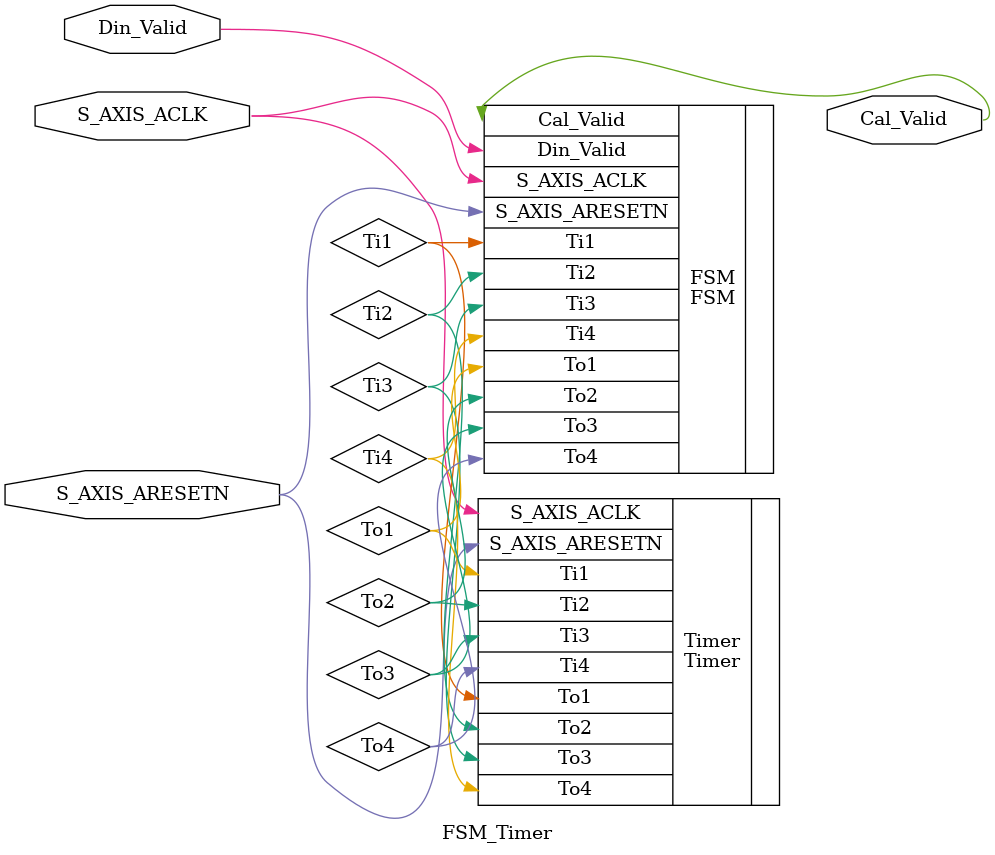
<source format=v>
module FSM_Timer(
S_AXIS_ACLK,S_AXIS_ARESETN,Din_Valid,Cal_Valid
    );
    input  S_AXIS_ACLK;
    input  S_AXIS_ARESETN;
    input  Din_Valid;
    output Cal_Valid;
    wire Ti1,Ti2,Ti3,Ti4,To1,To2,To3,To4;
    FSM FSM(
    .S_AXIS_ACLK(S_AXIS_ACLK),
    .S_AXIS_ARESETN(S_AXIS_ARESETN),
    .Din_Valid(Din_Valid),
    .Ti1(Ti1),.Ti2(Ti2),.Ti3(Ti3),.Ti4(Ti4),
    .To1(To1),.To2(To2),.To3(To3),.To4(To4),
    .Cal_Valid(Cal_Valid)
    );
    Timer Timer(
    .S_AXIS_ACLK(S_AXIS_ACLK),
    .S_AXIS_ARESETN(S_AXIS_ARESETN),
   .Ti1(To1),.Ti2(To2),.Ti3(To3),.Ti4(To4),
   .To1(Ti1),.To2(Ti2),.To3(Ti3),.To4(Ti4)
   );
endmodule
</source>
